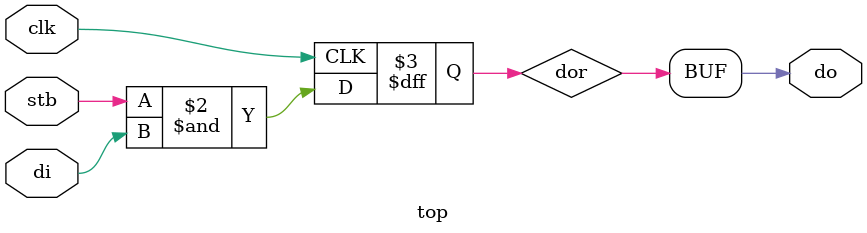
<source format=v>
module top(input clk, stb, di, output do);
    reg dor;
	always @(posedge clk) begin
	    dor <= stb & di;
	end
    assign do = dor;
endmodule


</source>
